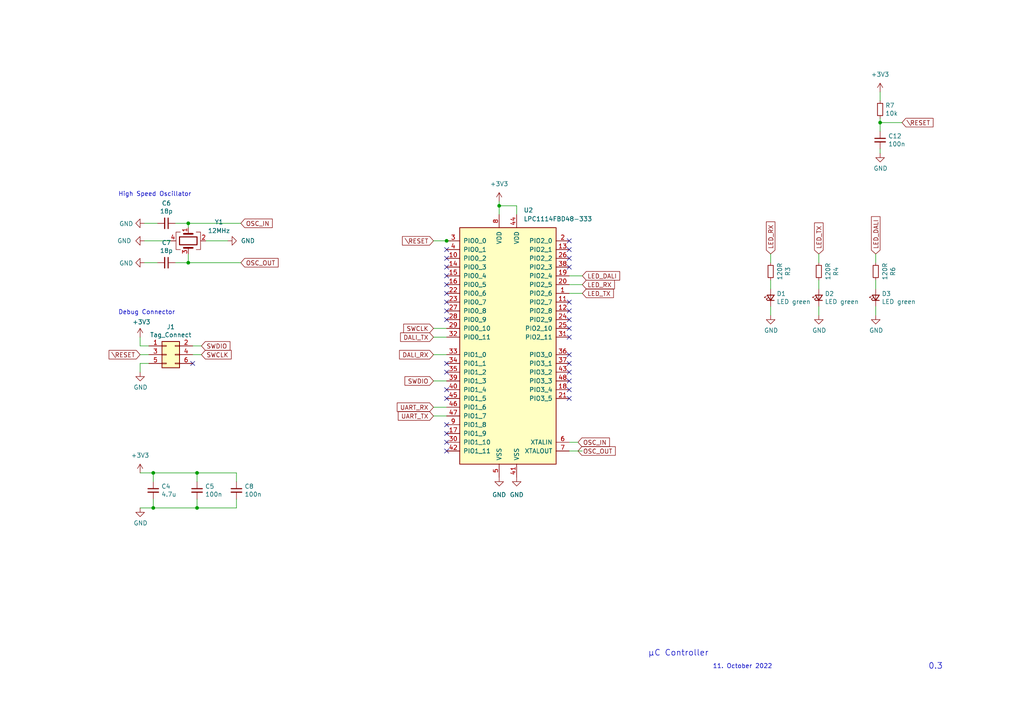
<source format=kicad_sch>
(kicad_sch (version 20211123) (generator eeschema)
  (paper "A4")
  (lib_symbols
    (symbol "Connector_Generic:Conn_02x03_Odd_Even" (pin_names (offset 1.016) hide)
      (property "Reference" "J" (at 1.27 5.08 0))
      (property "Value" "Conn_02x03_Odd_Even" (at 1.27 -5.08 0))
      (symbol "Conn_02x03_Odd_Even_1_1"
        (rectangle (start -1.27 -2.413) (end 0 -2.667) (stroke (width 0.1524)))
        (rectangle (start -1.27 0.127) (end 0 -0.127) (stroke (width 0.1524)))
        (rectangle (start -1.27 2.667) (end 0 2.413) (stroke (width 0.1524)))
        (rectangle (start -1.27 3.81) (end 3.81 -3.81) (stroke (width 0.254)) (fill (type background)))
        (rectangle (start 3.81 -2.413) (end 2.54 -2.667) (stroke (width 0.1524)))
        (rectangle (start 3.81 0.127) (end 2.54 -0.127) (stroke (width 0.1524)))
        (rectangle (start 3.81 2.667) (end 2.54 2.413) (stroke (width 0.1524)))
        (pin passive line (at -5.08 2.54 0) (length 3.81) (name "Pin_1") (number "1"))
        (pin passive line (at 7.62 2.54 180) (length 3.81) (name "Pin_2") (number "2"))
        (pin passive line (at -5.08 0 0) (length 3.81) (name "Pin_3") (number "3"))
        (pin passive line (at 7.62 0 180) (length 3.81) (name "Pin_4") (number "4"))
        (pin passive line (at -5.08 -2.54 0) (length 3.81) (name "Pin_5") (number "5"))
        (pin passive line (at 7.62 -2.54 180) (length 3.81) (name "Pin_6") (number "6"))
      )
    )
    (symbol "Device:C_Small" (pin_numbers hide) (pin_names (offset 0.254) hide)
      (property "Reference" "C" (at 0.254 1.778 0))
      (property "Value" "C_Small" (at 0.254 -2.032 0))
      (symbol "C_Small_0_1"
        (polyline (pts (xy -1.524 -0.508) (xy 1.524 -0.508)) (stroke (width 0.3302)))
        (polyline (pts (xy -1.524 0.508) (xy 1.524 0.508)) (stroke (width 0.3048)))
      )
      (symbol "C_Small_1_1"
        (pin passive line (at 0 2.54 270) (length 2.032) (name "~") (number "1"))
        (pin passive line (at 0 -2.54 90) (length 2.032) (name "~") (number "2"))
      )
    )
    (symbol "Device:Crystal_GND24" (pin_names (offset 1.016) hide)
      (property "Reference" "Y" (at 3.175 5.08 0))
      (property "Value" "Crystal_GND24" (at 3.175 3.175 0))
      (symbol "Crystal_GND24_0_1"
        (rectangle (start -1.143 2.54) (end 1.143 -2.54) (stroke (width 0.3048)))
        (polyline (pts (xy -2.54 0) (xy -2.032 0)))
        (polyline (pts (xy -2.032 -1.27) (xy -2.032 1.27)) (stroke (width 0.508)))
        (polyline (pts (xy 0 -3.81) (xy 0 -3.556)))
        (polyline (pts (xy 0 3.556) (xy 0 3.81)))
        (polyline (pts (xy 2.032 -1.27) (xy 2.032 1.27)) (stroke (width 0.508)))
        (polyline (pts (xy 2.032 0) (xy 2.54 0)))
        (polyline (pts (xy -2.54 -2.286) (xy -2.54 -3.556) (xy 2.54 -3.556) (xy 2.54 -2.286)))
        (polyline (pts (xy -2.54 2.286) (xy -2.54 3.556) (xy 2.54 3.556) (xy 2.54 2.286)))
      )
      (symbol "Crystal_GND24_1_1"
        (pin passive line (at -3.81 0 0) (length 1.27) (name "1") (number "1"))
        (pin passive line (at 0 5.08 270) (length 1.27) (name "2") (number "2"))
        (pin passive line (at 3.81 0 180) (length 1.27) (name "3") (number "3"))
        (pin passive line (at 0 -5.08 90) (length 1.27) (name "4") (number "4"))
      )
    )
    (symbol "Device:LED_Small" (pin_numbers hide) (pin_names (offset 0.254) hide)
      (property "Reference" "D" (at -1.27 3.175 0))
      (property "Value" "LED_Small" (at -4.445 -2.54 0))
      (symbol "LED_Small_0_1"
        (polyline (pts (xy -0.762 -1.016) (xy -0.762 1.016)) (stroke (width 0.254)))
        (polyline (pts (xy 1.016 0) (xy -0.762 0)))
        (polyline (pts (xy 0.762 -1.016) (xy -0.762 0) (xy 0.762 1.016) (xy 0.762 -1.016)) (stroke (width 0.254)))
        (polyline (pts (xy 0 0.762) (xy -0.508 1.27) (xy -0.254 1.27) (xy -0.508 1.27) (xy -0.508 1.016)))
        (polyline (pts (xy 0.508 1.27) (xy 0 1.778) (xy 0.254 1.778) (xy 0 1.778) (xy 0 1.524)))
      )
      (symbol "LED_Small_1_1"
        (pin passive line (at -2.54 0 0) (length 1.778) (name "K") (number "1"))
        (pin passive line (at 2.54 0 180) (length 1.778) (name "A") (number "2"))
      )
    )
    (symbol "Device:R_Small" (pin_numbers hide) (pin_names (offset 0.254) hide)
      (property "Reference" "R" (at 0.762 0.508 0))
      (property "Value" "R_Small" (at 0.762 -1.016 0))
      (symbol "R_Small_0_1"
        (rectangle (start -0.762 1.778) (end 0.762 -1.778) (stroke (width 0.2032)))
      )
      (symbol "R_Small_1_1"
        (pin passive line (at 0 2.54 270) (length 0.762) (name "~") (number "1"))
        (pin passive line (at 0 -2.54 90) (length 0.762) (name "~") (number "2"))
      )
    )
    (symbol "MCU_NXP_LPC:LPC1114FBD48-302" (pin_names (offset 1.016))
      (property "Reference" "U" (at -12.7 36.83 0))
      (property "Value" "LPC1114FBD48-302" (at 13.97 35.56 0))
      (symbol "LPC1114FBD48-302_0_1"
        (rectangle (start -13.97 34.29) (end 13.97 -34.29) (stroke (width 0.254)) (fill (type background)))
      )
      (symbol "LPC1114FBD48-302_1_1"
        (pin bidirectional line (at 17.78 15.24 180) (length 3.81) (name "PIO2_6") (number "1"))
        (pin bidirectional line (at -17.78 25.4 0) (length 3.81) (name "PIO0_2") (number "10"))
        (pin bidirectional line (at 17.78 12.7 180) (length 3.81) (name "PIO2_7") (number "11"))
        (pin bidirectional line (at 17.78 10.16 180) (length 3.81) (name "PIO2_8") (number "12"))
        (pin bidirectional line (at 17.78 27.94 180) (length 3.81) (name "PIO2_1") (number "13"))
        (pin bidirectional line (at -17.78 22.86 0) (length 3.81) (name "PIO0_3") (number "14"))
        (pin bidirectional line (at -17.78 20.32 0) (length 3.81) (name "PIO0_4") (number "15"))
        (pin bidirectional line (at -17.78 17.78 0) (length 3.81) (name "PIO0_5") (number "16"))
        (pin bidirectional line (at -17.78 -25.4 0) (length 3.81) (name "PIO1_9") (number "17"))
        (pin bidirectional line (at 17.78 -12.7 180) (length 3.81) (name "PIO3_4") (number "18"))
        (pin bidirectional line (at 17.78 20.32 180) (length 3.81) (name "PIO2_4") (number "19"))
        (pin bidirectional line (at 17.78 30.48 180) (length 3.81) (name "PIO2_0") (number "2"))
        (pin bidirectional line (at 17.78 17.78 180) (length 3.81) (name "PIO2_5") (number "20"))
        (pin bidirectional line (at 17.78 -15.24 180) (length 3.81) (name "PIO3_5") (number "21"))
        (pin bidirectional line (at -17.78 15.24 0) (length 3.81) (name "PIO0_6") (number "22"))
        (pin bidirectional line (at -17.78 12.7 0) (length 3.81) (name "PIO0_7") (number "23"))
        (pin bidirectional line (at 17.78 7.62 180) (length 3.81) (name "PIO2_9") (number "24"))
        (pin bidirectional line (at 17.78 5.08 180) (length 3.81) (name "PIO2_10") (number "25"))
        (pin bidirectional line (at 17.78 25.4 180) (length 3.81) (name "PIO2_2") (number "26"))
        (pin bidirectional line (at -17.78 10.16 0) (length 3.81) (name "PIO0_8") (number "27"))
        (pin bidirectional line (at -17.78 7.62 0) (length 3.81) (name "PIO0_9") (number "28"))
        (pin bidirectional line (at -17.78 5.08 0) (length 3.81) (name "PIO0_10") (number "29"))
        (pin bidirectional line (at -17.78 30.48 0) (length 3.81) (name "PIO0_0") (number "3"))
        (pin bidirectional line (at -17.78 -27.94 0) (length 3.81) (name "PIO1_10") (number "30"))
        (pin bidirectional line (at 17.78 2.54 180) (length 3.81) (name "PIO2_11") (number "31"))
        (pin bidirectional line (at -17.78 2.54 0) (length 3.81) (name "PIO0_11") (number "32"))
        (pin bidirectional line (at -17.78 -2.54 0) (length 3.81) (name "PIO1_0") (number "33"))
        (pin bidirectional line (at -17.78 -5.08 0) (length 3.81) (name "PIO1_1") (number "34"))
        (pin bidirectional line (at -17.78 -7.62 0) (length 3.81) (name "PIO1_2") (number "35"))
        (pin bidirectional line (at 17.78 -2.54 180) (length 3.81) (name "PIO3_0") (number "36"))
        (pin bidirectional line (at 17.78 -5.08 180) (length 3.81) (name "PIO3_1") (number "37"))
        (pin bidirectional line (at 17.78 22.86 180) (length 3.81) (name "PIO2_3") (number "38"))
        (pin bidirectional line (at -17.78 -10.16 0) (length 3.81) (name "PIO1_3") (number "39"))
        (pin bidirectional line (at -17.78 27.94 0) (length 3.81) (name "PIO0_1") (number "4"))
        (pin bidirectional line (at -17.78 -12.7 0) (length 3.81) (name "PIO1_4") (number "40"))
        (pin power_in line (at 2.54 -38.1 90) (length 3.81) (name "VSS") (number "41"))
        (pin bidirectional line (at -17.78 -30.48 0) (length 3.81) (name "PIO1_11") (number "42"))
        (pin bidirectional line (at 17.78 -7.62 180) (length 3.81) (name "PIO3_2") (number "43"))
        (pin power_in line (at 2.54 38.1 270) (length 3.81) (name "VDD") (number "44"))
        (pin bidirectional line (at -17.78 -15.24 0) (length 3.81) (name "PIO1_5") (number "45"))
        (pin bidirectional line (at -17.78 -17.78 0) (length 3.81) (name "PIO1_6") (number "46"))
        (pin bidirectional line (at -17.78 -20.32 0) (length 3.81) (name "PIO1_7") (number "47"))
        (pin bidirectional line (at 17.78 -10.16 180) (length 3.81) (name "PIO3_3") (number "48"))
        (pin power_in line (at -2.54 -38.1 90) (length 3.81) (name "VSS") (number "5"))
        (pin input line (at 17.78 -27.94 180) (length 3.81) (name "XTALIN") (number "6"))
        (pin output line (at 17.78 -30.48 180) (length 3.81) (name "XTALOUT") (number "7"))
        (pin power_in line (at -2.54 38.1 270) (length 3.81) (name "VDD") (number "8"))
        (pin bidirectional line (at -17.78 -22.86 0) (length 3.81) (name "PIO1_8") (number "9"))
      )
    )
    (symbol "power:+3.3V" (power) (pin_names (offset 0))
      (property "Value" "+3.3V" (at 0 3.556 0))
      (symbol "+3.3V_0_1"
        (polyline (pts (xy -0.762 1.27) (xy 0 2.54)))
        (polyline (pts (xy 0 0) (xy 0 2.54)))
        (polyline (pts (xy 0 2.54) (xy 0.762 1.27)))
      )
      (symbol "+3.3V_1_1"
        (pin power_in line (at 0 0 90) (length 0) hide (name "+3V3") (number "1"))
      )
    )
    (symbol "power:GND" (power) (pin_names (offset 0))
      (property "Value" "GND" (at 0 -3.81 0))
      (symbol "GND_0_1"
        (polyline (pts (xy 0 0) (xy 0 -1.27) (xy 1.27 -1.27) (xy 0 -2.54) (xy -1.27 -1.27) (xy 0 -1.27)))
      )
      (symbol "GND_1_1"
        (pin power_in line (at 0 0 270) (length 0) hide (name "GND") (number "1"))
      )
    )
  )
  (junction (at 54.61 76.2))
  (junction (at 57.15 137.16))
  (junction (at 57.15 147.32))
  (junction (at 44.45 147.32))
  (junction (at 44.45 137.16))
  (junction (at 129.54 69.85))
  (junction (at 144.78 59.69))
  (junction (at 255.27 35.56))
  (junction (at 54.61 64.77))
  (no_connect (at 55.88 105.41))
  (no_connect (at 165.1 69.85))
  (no_connect (at 165.1 72.39))
  (no_connect (at 165.1 74.93))
  (no_connect (at 165.1 77.47))
  (no_connect (at 165.1 97.79))
  (no_connect (at 165.1 102.87))
  (no_connect (at 165.1 87.63))
  (no_connect (at 165.1 90.17))
  (no_connect (at 165.1 92.71))
  (no_connect (at 165.1 95.25))
  (no_connect (at 165.1 107.95))
  (no_connect (at 165.1 110.49))
  (no_connect (at 165.1 113.03))
  (no_connect (at 165.1 115.57))
  (no_connect (at 129.54 130.81))
  (no_connect (at 165.1 105.41))
  (no_connect (at 129.54 123.19))
  (no_connect (at 129.54 92.71))
  (no_connect (at 129.54 125.73))
  (no_connect (at 129.54 128.27))
  (no_connect (at 129.54 72.39))
  (no_connect (at 129.54 74.93))
  (no_connect (at 129.54 77.47))
  (no_connect (at 129.54 105.41))
  (no_connect (at 129.54 107.95))
  (no_connect (at 129.54 80.01))
  (no_connect (at 129.54 82.55))
  (no_connect (at 129.54 85.09))
  (no_connect (at 129.54 87.63))
  (no_connect (at 129.54 90.17))
  (no_connect (at 129.54 113.03))
  (no_connect (at 129.54 115.57))
  (wire (pts (xy 57.15 139.7) (xy 57.15 137.16)))
  (wire (pts (xy 125.73 97.79) (xy 129.54 97.79)))
  (wire (pts (xy 223.52 81.28) (xy 223.52 83.82)))
  (wire (pts (xy 50.8 64.77) (xy 54.61 64.77)))
  (wire (pts (xy 165.1 82.55) (xy 168.91 82.55)))
  (wire (pts (xy 223.52 73.66) (xy 223.52 76.2)))
  (wire (pts (xy 255.27 26.67) (xy 255.27 29.21)))
  (wire (pts (xy 254 88.9) (xy 254 91.44)))
  (wire (pts (xy 41.91 76.2) (xy 45.72 76.2)))
  (wire (pts (xy 255.27 35.56) (xy 261.62 35.56)))
  (wire (pts (xy 57.15 137.16) (xy 44.45 137.16)))
  (wire (pts (xy 54.61 64.77) (xy 69.85 64.77)))
  (wire (pts (xy 57.15 147.32) (xy 68.58 147.32)))
  (wire (pts (xy 129.54 69.85) (xy 130.81 69.85)))
  (wire (pts (xy 40.64 100.33) (xy 40.64 97.79)))
  (wire (pts (xy 44.45 137.16) (xy 44.45 139.7)))
  (wire (pts (xy 223.52 88.9) (xy 223.52 91.44)))
  (wire (pts (xy 165.1 80.01) (xy 168.91 80.01)))
  (wire (pts (xy 54.61 73.66) (xy 54.61 76.2)))
  (wire (pts (xy 50.8 76.2) (xy 54.61 76.2)))
  (wire (pts (xy 144.78 59.69) (xy 144.78 62.23)))
  (wire (pts (xy 125.73 118.11) (xy 129.54 118.11)))
  (wire (pts (xy 165.1 130.81) (xy 168.91 130.81)))
  (wire (pts (xy 44.45 137.16) (xy 40.64 137.16)))
  (wire (pts (xy 57.15 144.78) (xy 57.15 147.32)))
  (wire (pts (xy 165.1 85.09) (xy 168.91 85.09)))
  (wire (pts (xy 43.18 100.33) (xy 40.64 100.33)))
  (wire (pts (xy 68.58 139.7) (xy 68.58 137.16)))
  (wire (pts (xy 255.27 43.18) (xy 255.27 44.45)))
  (wire (pts (xy 43.18 102.87) (xy 40.64 102.87)))
  (wire (pts (xy 41.91 64.77) (xy 45.72 64.77)))
  (wire (pts (xy 55.88 102.87) (xy 58.42 102.87)))
  (wire (pts (xy 254 73.66) (xy 254 76.2)))
  (wire (pts (xy 255.27 34.29) (xy 255.27 35.56)))
  (wire (pts (xy 44.45 147.32) (xy 40.64 147.32)))
  (wire (pts (xy 125.73 120.65) (xy 129.54 120.65)))
  (wire (pts (xy 125.73 95.25) (xy 129.54 95.25)))
  (wire (pts (xy 43.18 105.41) (xy 40.64 105.41)))
  (wire (pts (xy 40.64 105.41) (xy 40.64 107.95)))
  (wire (pts (xy 41.91 69.85) (xy 49.53 69.85)))
  (wire (pts (xy 125.73 69.85) (xy 129.54 69.85)))
  (wire (pts (xy 144.78 58.42) (xy 144.78 59.69)))
  (wire (pts (xy 237.49 73.66) (xy 237.49 76.2)))
  (wire (pts (xy 68.58 144.78) (xy 68.58 147.32)))
  (wire (pts (xy 255.27 35.56) (xy 255.27 38.1)))
  (wire (pts (xy 125.73 102.87) (xy 129.54 102.87)))
  (wire (pts (xy 59.69 69.85) (xy 66.04 69.85)))
  (wire (pts (xy 254 81.28) (xy 254 83.82)))
  (wire (pts (xy 54.61 66.04) (xy 54.61 64.77)))
  (wire (pts (xy 144.78 59.69) (xy 149.86 59.69)))
  (wire (pts (xy 44.45 147.32) (xy 57.15 147.32)))
  (wire (pts (xy 125.73 110.49) (xy 129.54 110.49)))
  (wire (pts (xy 237.49 81.28) (xy 237.49 83.82)))
  (wire (pts (xy 57.15 137.16) (xy 68.58 137.16)))
  (wire (pts (xy 149.86 59.69) (xy 149.86 62.23)))
  (wire (pts (xy 55.88 100.33) (xy 58.42 100.33)))
  (wire (pts (xy 54.61 76.2) (xy 69.85 76.2)))
  (wire (pts (xy 237.49 88.9) (xy 237.49 91.44)))
  (wire (pts (xy 44.45 147.32) (xy 44.45 144.78)))
  (wire (pts (xy 165.1 128.27) (xy 167.64 128.27)))
  (text "Debug Connector" (at 34.29 91.44 0) (effects (font (size 1.27 1.27)) (justify left bottom)))
  (text "11. October 2022" (at 206.7057 194.1052 0) (effects (font (size 1.27 1.27)) (justify left bottom)))
  (text "High Speed Oscillator" (at 34.29 57.15 0) (effects (font (size 1.27 1.27)) (justify left bottom)))
  (text "µC Controller" (at 187.96 190.5 0) (effects (font (size 1.7018 1.7018)) (justify left bottom)))
  (text "0.3" (at 269.24 194.31 0) (effects (font (size 1.7018 1.7018)) (justify left bottom)))
  (global_label "LED_DALI" (shape input) (at 254 73.66 90) (property "Intersheet References" "${INTERSHEET_REFS}" (effects hide)))
  (global_label "DALI_TX" (shape input) (at 125.73 97.79 180) (property "Intersheet References" "${INTERSHEET_REFS}" (effects hide)))
  (global_label "\\RESET" (shape input) (at 40.64 102.87 180) (property "Intersheet References" "${INTERSHEET_REFS}" (effects hide)))
  (global_label "\\RESET" (shape input) (at 125.73 69.85 180) (property "Intersheet References" "${INTERSHEET_REFS}" (effects hide)))
  (global_label "OSC_OUT" (shape input) (at 69.85 76.2 0) (property "Intersheet References" "${INTERSHEET_REFS}" (effects hide)))
  (global_label "OSC_IN" (shape input) (at 167.64 128.27 0) (property "Intersheet References" "${INTERSHEET_REFS}" (effects hide)))
  (global_label "SWCLK" (shape input) (at 125.73 95.25 180) (property "Intersheet References" "${INTERSHEET_REFS}" (effects hide)))
  (global_label "OSC_IN" (shape input) (at 69.85 64.77 0) (property "Intersheet References" "${INTERSHEET_REFS}" (effects hide)))
  (global_label "SWDIO" (shape input) (at 125.73 110.49 180) (property "Intersheet References" "${INTERSHEET_REFS}" (effects hide)))
  (global_label "\\RESET" (shape input) (at 261.62 35.56 0) (property "Intersheet References" "${INTERSHEET_REFS}" (effects hide)))
  (global_label "LED_RX" (shape input) (at 168.91 82.55 0) (property "Intersheet References" "${INTERSHEET_REFS}" (effects hide)))
  (global_label "SWDIO" (shape input) (at 58.42 100.33 0) (property "Intersheet References" "${INTERSHEET_REFS}" (effects hide)))
  (global_label "LED_DALI" (shape input) (at 168.91 80.01 0) (property "Intersheet References" "${INTERSHEET_REFS}" (effects hide)))
  (global_label "SWCLK" (shape input) (at 58.42 102.87 0) (property "Intersheet References" "${INTERSHEET_REFS}" (effects hide)))
  (global_label "UART_RX" (shape input) (at 125.73 118.11 180) (property "Intersheet References" "${INTERSHEET_REFS}" (effects hide)))
  (global_label "LED_TX" (shape input) (at 237.49 73.66 90) (property "Intersheet References" "${INTERSHEET_REFS}" (effects hide)))
  (global_label "OSC_OUT" (shape input) (at 167.64 130.81 0) (property "Intersheet References" "${INTERSHEET_REFS}" (effects hide)))
  (global_label "LED_RX" (shape input) (at 223.52 73.66 90) (property "Intersheet References" "${INTERSHEET_REFS}" (effects hide)))
  (global_label "DALI_RX" (shape input) (at 125.73 102.87 180) (property "Intersheet References" "${INTERSHEET_REFS}" (effects hide)))
  (global_label "UART_TX" (shape input) (at 125.73 120.65 180) (property "Intersheet References" "${INTERSHEET_REFS}" (effects hide)))
  (global_label "LED_TX" (shape input) (at 168.91 85.09 0) (property "Intersheet References" "${INTERSHEET_REFS}" (effects hide)))
  (symbol (lib_id "Device:C_Small") (at 48.26 64.77 270) (unit 1)
    (property "Reference" "C6" (at 48.26 58.9534 90))
    (property "Value" "18p" (at 48.26 61.2648 90))
    (property "Footprint" "Capacitor_SMD:C_0603_1608Metric" (effects hide))
    (property "Datasheet" "/home/Shared/Dropbox/NeXT/DALI_USB_interface/PCB/DALI_USB_V0_5_LPC/datasheets/1810261515_Samsung-Electro-Mechanics-CL10C120JB8NNNC_C38523.pdf" (effects hide))
    (property "Reichelt" "SORT 0805 C 10" (effects hide))
    (property "LCSC" "C38523" (effects hide))
  )
  (symbol (lib_id "power:GND") (at 41.91 64.77 270) (unit 1)
    (property "Reference" "#PWR0105" (effects hide))
    (property "Value" "GND" (at 38.6588 64.897 90) (effects (justify right)))
  )
  (symbol (lib_id "power:GND") (at 41.91 76.2 270) (unit 1)
    (property "Reference" "#PWR0106" (effects hide))
    (property "Value" "GND" (at 38.6588 76.327 90) (effects (justify right)))
  )
  (symbol (lib_id "Device:C_Small") (at 57.15 142.24 0) (unit 1)
    (property "Reference" "C5" (at 59.4868 141.0716 0) (effects (justify left)))
    (property "Value" "100n" (at 59.4868 143.383 0) (effects (justify left)))
    (property "Footprint" "Capacitor_SMD:C_0603_1608Metric" (effects hide))
    (property "Datasheet" "/home/Shared/Dropbpx/NeXT/DALI_USB_interface/PCB/DALI_USB_V0_5_LPC/datasheets/YAGEO-CC0603KRX7R9BB104_C14663.pdf" (effects hide))
    (property "Reichelt" "SORT 0805 C 10" (effects hide))
    (property "LCSC" "C14663" (effects hide))
  )
  (symbol (lib_id "Device:C_Small") (at 68.58 142.24 0) (unit 1)
    (property "Reference" "C8" (at 70.9168 141.0716 0) (effects (justify left)))
    (property "Value" "100n" (at 70.9168 143.383 0) (effects (justify left)))
    (property "Footprint" "Capacitor_SMD:C_0603_1608Metric" (effects hide))
    (property "Datasheet" "/home/Shared/Dropbpx/NeXT/DALI_USB_interface/PCB/DALI_USB_V0_5_LPC/datasheets/YAGEO-CC0603KRX7R9BB104_C14663.pdf" (effects hide))
    (property "Reichelt" "SORT 0805 C 10" (effects hide))
    (property "LCSC" "C14663" (effects hide))
  )
  (symbol (lib_id "power:GND") (at 40.64 147.32 0) (unit 1)
    (property "Reference" "#PWR0104" (effects hide))
    (property "Value" "GND" (at 40.767 151.7142 0))
  )
  (symbol (lib_id "Device:C_Small") (at 255.27 40.64 0) (unit 1)
    (property "Reference" "C12" (at 257.6068 39.4716 0) (effects (justify left)))
    (property "Value" "100n" (at 257.6068 41.783 0) (effects (justify left)))
    (property "Footprint" "Capacitor_SMD:C_0603_1608Metric" (effects hide))
    (property "Datasheet" "/home/Shared/Dropbpx/NeXT/DALI_USB_interface/PCB/DALI_USB_V0_5_LPC/datasheets/YAGEO-CC0603KRX7R9BB104_C14663.pdf" (effects hide))
    (property "Reichelt" "SORT 0805 C 10" (effects hide))
    (property "LCSC" "C14663" (effects hide))
  )
  (symbol (lib_id "power:GND") (at 255.27 44.45 0) (unit 1)
    (property "Reference" "#PWR0107" (effects hide))
    (property "Value" "GND" (at 255.397 48.8442 0))
  )
  (symbol (lib_id "Device:C_Small") (at 44.45 142.24 0) (unit 1)
    (property "Reference" "C4" (at 46.7868 141.0716 0) (effects (justify left)))
    (property "Value" "4.7u" (at 46.7868 143.383 0) (effects (justify left)))
    (property "Footprint" "Capacitor_SMD:C_0603_1608Metric" (effects hide))
    (property "Datasheet" "/home/Shared/Dropbpx/NeXT/DALI_USB_interface/PCB/DALI_USB_V0_5_LPC/datasheets/Samsung-Electro-Mechanics-CL10A475KO8NNNC_C19666.pdf" (effects hide))
    (property "Reichelt" " ECC KTS250B475K" (effects hide))
    (property "LCSC" "C19666" (effects hide))
  )
  (symbol (lib_id "Connector_Generic:Conn_02x03_Odd_Even") (at 48.26 102.87 0) (unit 1)
    (property "Reference" "J1" (at 49.53 94.8182 0))
    (property "Value" "Tag_Connect" (at 49.53 97.1296 0))
    (property "Footprint" "Connector:Tag-Connect_TC2030-IDC-NL_2x03_P1.27mm_Vertical" (effects hide))
  )
  (symbol (lib_id "power:GND") (at 40.64 107.95 0) (unit 1)
    (property "Reference" "#PWR0119" (effects hide))
    (property "Value" "GND" (at 40.767 112.3442 0))
  )
  (symbol (lib_id "power:+3.3V") (at 40.64 97.79 0) (unit 1)
    (property "Reference" "#PWR0120" (effects hide))
    (property "Value" "+3.3V" (at 41.021 93.3958 0))
  )
  (symbol (lib_id "Device:LED_Small") (at 223.52 86.36 90) (unit 1)
    (property "Reference" "D1" (at 225.2472 85.1916 90) (effects (justify right)))
    (property "Value" "LED green" (at 225.2472 87.503 90) (effects (justify right)))
    (property "Footprint" "LED_SMD:LED_0805_2012Metric" (effects hide))
    (property "Datasheet" "/home/Shared/Dropbox/NeXT/DALI_USB_interface/PCB/DALI_USB_V0_5_LPC/datasheets/1810231512_Lite-On-LTST-C170KGKT_C98221.pdf" (effects hide))
    (property "Reichelt" "VIS TLMG 1100" (effects hide))
    (property "LCSC" "C98221" (effects hide))
  )
  (symbol (lib_id "power:GND") (at 223.52 91.44 0) (unit 1)
    (property "Reference" "#PWR0121" (effects hide))
    (property "Value" "GND" (at 223.647 95.8342 0))
  )
  (symbol (lib_id "power:GND") (at 237.49 91.44 0) (unit 1)
    (property "Reference" "#PWR0122" (effects hide))
    (property "Value" "GND" (at 237.617 95.8342 0))
  )
  (symbol (lib_id "power:GND") (at 254 91.44 0) (unit 1)
    (property "Reference" "#PWR0123" (effects hide))
    (property "Value" "GND" (at 254.127 95.8342 0))
  )
  (symbol (lib_id "Device:R_Small") (at 255.27 31.75 0) (unit 1)
    (property "Reference" "R7" (at 256.7686 30.5816 0) (effects (justify left)))
    (property "Value" "10k" (at 256.7686 32.893 0) (effects (justify left)))
    (property "Footprint" "Resistor_SMD:R_0603_1608Metric" (effects hide))
    (property "Datasheet" "/home/Shared/Dropbpx/NeXT/DALI_USB_interface/PCB/DALI_USB_V0_5_LPC/datasheets/Uniroyal-Elec-0603WAF1002T5E_C25804.pdf" (effects hide))
    (property "Reichelt" "SORT 1206 R25E12" (effects hide))
    (property "LCSC" "C25804" (effects hide))
  )
  (symbol (lib_id "Device:C_Small") (at 48.26 76.2 270) (unit 1)
    (property "Reference" "C7" (at 48.26 70.3834 90))
    (property "Value" "18p" (at 48.26 72.6948 90))
    (property "Footprint" "Capacitor_SMD:C_0603_1608Metric" (effects hide))
    (property "Datasheet" "/home/Shared/Dropbox/NeXT/DALI_USB_interface/PCB/DALI_USB_V0_5_LPC/datasheets/1810261515_Samsung-Electro-Mechanics-CL10C120JB8NNNC_C38523.pdf" (effects hide))
    (property "Reichelt" "SORT 0805 C 10" (effects hide))
    (property "LCSC" "C38523" (effects hide))
  )
  (symbol (lib_id "Device:R_Small") (at 223.52 78.74 180) (unit 1)
    (property "Reference" "R3" (at 228.4984 78.74 90))
    (property "Value" "120R" (at 226.187 78.74 90))
    (property "Footprint" "Resistor_SMD:R_0603_1608Metric" (effects hide))
    (property "Datasheet" "/home/Shared/Dropbox/NeXT/DALI_USB_interface/PCB/DALI_USB_V0_5_LPC/datasheets/1811021219_YAGEO-RC0603FR-07120RL_C114640.pdf" (effects hide))
    (property "Reichelt" "SORT 1206 R25E12" (effects hide))
    (property "LCSC" "C114640" (effects hide))
  )
  (symbol (lib_id "Device:R_Small") (at 237.49 78.74 180) (unit 1)
    (property "Reference" "R4" (at 242.4684 78.74 90))
    (property "Value" "120R" (at 240.157 78.74 90))
    (property "Footprint" "Resistor_SMD:R_0603_1608Metric" (effects hide))
    (property "Datasheet" "/home/Shared/Dropbox/NeXT/DALI_USB_interface/PCB/DALI_USB_V0_5_LPC/datasheets/1811021219_YAGEO-RC0603FR-07120RL_C114640.pdf" (effects hide))
    (property "Reichelt" "SORT 1206 R25E12" (effects hide))
    (property "LCSC" "C114640" (effects hide))
  )
  (symbol (lib_id "Device:R_Small") (at 254 78.74 180) (unit 1)
    (property "Reference" "R6" (at 258.9784 78.74 90))
    (property "Value" "120R" (at 256.667 78.74 90))
    (property "Footprint" "Resistor_SMD:R_0603_1608Metric" (effects hide))
    (property "Datasheet" "/home/Shared/Dropbox/NeXT/DALI_USB_interface/PCB/DALI_USB_V0_5_LPC/datasheets/1811021219_YAGEO-RC0603FR-07120RL_C114640.pdf" (effects hide))
    (property "Reichelt" "SORT 1206 R25E12" (effects hide))
    (property "LCSC" "C114640" (effects hide))
  )
  (symbol (lib_id "power:+3.3V") (at 144.78 58.42 0) (unit 1)
    (property "Reference" "#PWR05" (effects hide))
    (property "Value" "+3.3V" (at 144.78 53.34 0))
  )
  (symbol (lib_id "Device:Crystal_GND24") (at 54.61 69.85 270) (unit 1)
    (property "Reference" "Y1" (at 63.5 64.3888 90))
    (property "Value" "12MHz" (at 63.5 66.9288 90))
    (property "Footprint" "Crystal:Crystal_SMD_TXC_7M-4Pin_3.2x2.5mm" (effects hide))
    (property "Datasheet" "/home/Shared/Dropbox/NeXT/DALI_USB_interface/PCB/DALI_USB_V0_5_LPC/datasheets/2103291203_Yangxing-Tech-X322512MSB4SI_C9002.pdf" (effects hide))
    (property "LCSC" "C9002" (effects hide))
  )
  (symbol (lib_id "power:+3.3V") (at 40.64 137.16 0) (unit 1)
    (property "Reference" "#PWR04" (effects hide))
    (property "Value" "+3.3V" (at 40.64 132.08 0))
  )
  (symbol (lib_id "Device:LED_Small") (at 254 86.36 90) (unit 1)
    (property "Reference" "D3" (at 255.7272 85.1916 90) (effects (justify right)))
    (property "Value" "LED green" (at 255.7272 87.503 90) (effects (justify right)))
    (property "Footprint" "LED_SMD:LED_0805_2012Metric" (effects hide))
    (property "Datasheet" "/home/Shared/Dropbox/NeXT/DALI_USB_interface/PCB/DALI_USB_V0_5_LPC/datasheets/1810231512_Lite-On-LTST-C170KGKT_C98221.pdf" (effects hide))
    (property "Reichelt" "VIS TLMG 1100" (effects hide))
    (property "LCSC" "C98221" (effects hide))
  )
  (symbol (lib_id "MCU_NXP_LPC:LPC1114FBD48-302") (at 147.32 100.33 0) (unit 1)
    (property "Reference" "U2" (at 151.8794 60.96 0) (effects (justify left)))
    (property "Value" "LPC1114FBD48-333" (at 151.8794 63.5 0) (effects (justify left)))
    (property "Footprint" "Package_QFP:LQFP-48_7x7mm_P0.5mm" (effects hide))
    (property "Datasheet" "/home/Shared/Dropbox/NeXT/DALI_USB_interface/PCB/DALI_USB_V0_5_LPC/datasheets/2201141700_NXP-Semicon-LPC1114FBD48-333-1_C1339221.pdf" (effects hide))
    (property "LCSC" "C9872" (effects hide))
  )
  (symbol (lib_id "power:GND") (at 144.78 138.43 0) (unit 1)
    (property "Reference" "#PWR06" (effects hide))
    (property "Value" "GND" (at 144.78 143.51 0))
  )
  (symbol (lib_id "power:GND") (at 41.91 69.85 270) (unit 1)
    (property "Reference" "#PWR0108" (effects hide))
    (property "Value" "GND" (at 38.1 69.8499 90) (effects (justify right)))
  )
  (symbol (lib_id "Device:LED_Small") (at 237.49 86.36 90) (unit 1)
    (property "Reference" "D2" (at 239.2172 85.1916 90) (effects (justify right)))
    (property "Value" "LED green" (at 239.2172 87.503 90) (effects (justify right)))
    (property "Footprint" "LED_SMD:LED_0805_2012Metric" (effects hide))
    (property "Datasheet" "/home/Shared/Dropbox/NeXT/DALI_USB_interface/PCB/DALI_USB_V0_5_LPC/datasheets/1810231512_Lite-On-LTST-C170KGKT_C98221.pdf" (effects hide))
    (property "Reichelt" "VIS TLMG 1100" (effects hide))
    (property "LCSC" "C98221" (effects hide))
  )
  (symbol (lib_id "power:+3.3V") (at 255.27 26.67 0) (unit 1)
    (property "Reference" "#PWR08" (effects hide))
    (property "Value" "+3.3V" (at 255.27 21.59 0))
  )
  (symbol (lib_id "power:GND") (at 149.86 138.43 0) (unit 1)
    (property "Reference" "#PWR07" (effects hide))
    (property "Value" "GND" (at 149.86 143.51 0))
  )
  (symbol (lib_id "power:GND") (at 66.04 69.85 90) (unit 1)
    (property "Reference" "#PWR0109" (effects hide))
    (property "Value" "GND" (at 69.85 69.8499 90) (effects (justify right)))
  )
)
</source>
